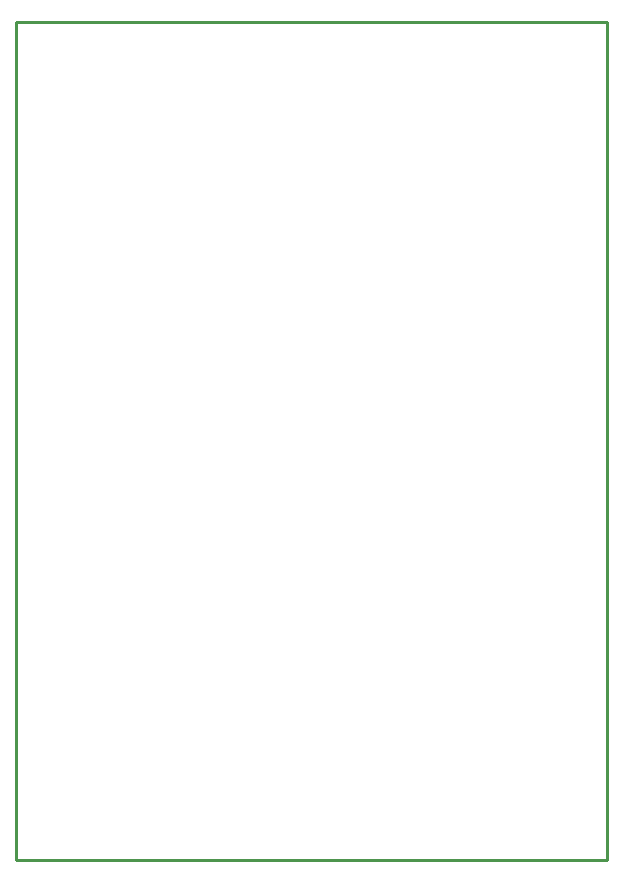
<source format=gko>
G04 Layer_Color=16711935*
%FSLAX25Y25*%
%MOIN*%
G70*
G01*
G75*
%ADD18C,0.01000*%
D18*
X0Y0D02*
Y279528D01*
X196850D01*
Y0D02*
Y279528D01*
X0Y0D02*
X196850D01*
M02*

</source>
